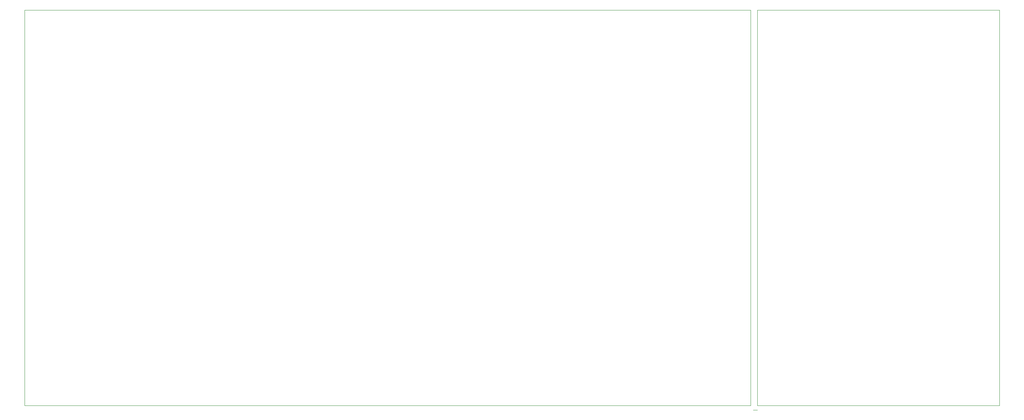
<source format=gbr>
%TF.GenerationSoftware,KiCad,Pcbnew,(5.1.7)-1*%
%TF.CreationDate,2020-11-03T10:53:37+01:00*%
%TF.ProjectId,PCB,5043422e-6b69-4636-9164-5f7063625858,rev?*%
%TF.SameCoordinates,Original*%
%TF.FileFunction,Profile,NP*%
%FSLAX46Y46*%
G04 Gerber Fmt 4.6, Leading zero omitted, Abs format (unit mm)*
G04 Created by KiCad (PCBNEW (5.1.7)-1) date 2020-11-03 10:53:37*
%MOMM*%
%LPD*%
G01*
G04 APERTURE LIST*
%TA.AperFunction,Profile*%
%ADD10C,0.050000*%
%TD*%
G04 APERTURE END LIST*
D10*
X185000000Y-65000000D02*
X185000000Y-62500000D01*
X186600000Y-62500000D02*
X186600000Y-65000000D01*
X105000000Y-110000000D02*
X100000000Y-110000000D01*
X20000000Y-62500000D02*
X20000000Y-65000000D01*
X100000000Y-20000000D02*
X105000000Y-20000000D01*
X211600000Y-110000000D02*
X216600000Y-110000000D01*
X211600000Y-20000000D02*
X216600000Y-20000000D01*
X241600000Y-65000000D02*
X241600000Y-62500000D01*
X20000000Y-20000000D02*
X20000000Y-62500000D01*
X20000000Y-65000000D02*
X20000000Y-110000000D01*
X20000000Y-110000000D02*
X100000000Y-110000000D01*
X105000000Y-110000000D02*
X185000000Y-110000000D01*
X185600000Y-111000000D02*
X186600000Y-111000000D01*
X105000000Y-20000000D02*
X185000000Y-20000000D01*
X20000000Y-20000000D02*
X100000000Y-20000000D01*
X185000000Y-65000000D02*
X185000000Y-110000000D01*
X185000000Y-20000000D02*
X185000000Y-62500000D01*
X186600000Y-110000000D02*
X186600000Y-65000000D01*
X186600000Y-20000000D02*
X186600000Y-62500000D01*
X216600000Y-110000000D02*
X241600000Y-110000000D01*
X186600000Y-110000000D02*
X211600000Y-110000000D01*
X241600000Y-65000000D02*
X241600000Y-110000000D01*
X241600000Y-20000000D02*
X241600000Y-62500000D01*
X241600000Y-20000000D02*
X216600000Y-20000000D01*
X186600000Y-20000000D02*
X211600000Y-20000000D01*
M02*

</source>
